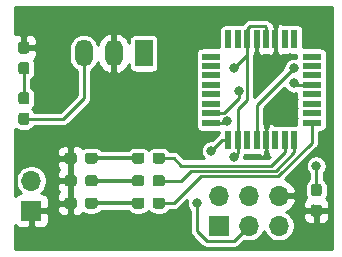
<source format=gbr>
%TF.GenerationSoftware,KiCad,Pcbnew,5.1.6-c6e7f7d~87~ubuntu18.04.1*%
%TF.CreationDate,2020-10-05T23:43:03-04:00*%
%TF.ProjectId,DemoKiCad,44656d6f-4b69-4436-9164-2e6b69636164,rev?*%
%TF.SameCoordinates,Original*%
%TF.FileFunction,Copper,L1,Top*%
%TF.FilePolarity,Positive*%
%FSLAX46Y46*%
G04 Gerber Fmt 4.6, Leading zero omitted, Abs format (unit mm)*
G04 Created by KiCad (PCBNEW 5.1.6-c6e7f7d~87~ubuntu18.04.1) date 2020-10-05 23:43:03*
%MOMM*%
%LPD*%
G01*
G04 APERTURE LIST*
%TA.AperFunction,ComponentPad*%
%ADD10O,1.700000X1.700000*%
%TD*%
%TA.AperFunction,ComponentPad*%
%ADD11R,1.700000X1.700000*%
%TD*%
%TA.AperFunction,SMDPad,CuDef*%
%ADD12R,1.600000X0.550000*%
%TD*%
%TA.AperFunction,SMDPad,CuDef*%
%ADD13R,0.550000X1.600000*%
%TD*%
%TA.AperFunction,ComponentPad*%
%ADD14O,1.500000X2.300000*%
%TD*%
%TA.AperFunction,ComponentPad*%
%ADD15R,1.500000X2.300000*%
%TD*%
%TA.AperFunction,ViaPad*%
%ADD16C,0.800000*%
%TD*%
%TA.AperFunction,Conductor*%
%ADD17C,0.254000*%
%TD*%
%TA.AperFunction,Conductor*%
%ADD18C,0.360000*%
%TD*%
G04 APERTURE END LIST*
D10*
%TO.P,J2,2*%
%TO.N,+12V*%
X103505000Y-69850000D03*
D11*
%TO.P,J2,1*%
%TO.N,GND*%
X103505000Y-72390000D03*
%TD*%
D12*
%TO.P,U2,32*%
%TO.N,N/C*%
X127230000Y-59335000D03*
%TO.P,U2,31*%
X127230000Y-60135000D03*
%TO.P,U2,30*%
X127230000Y-60935000D03*
%TO.P,U2,29*%
%TO.N,/RESET*%
X127230000Y-61735000D03*
%TO.P,U2,28*%
%TO.N,N/C*%
X127230000Y-62535000D03*
%TO.P,U2,27*%
X127230000Y-63335000D03*
%TO.P,U2,26*%
X127230000Y-64135000D03*
%TO.P,U2,25*%
%TO.N,/Sheet5F7DCB65/LED3*%
X127230000Y-64935000D03*
D13*
%TO.P,U2,24*%
%TO.N,/Sheet5F7DCB65/LED2*%
X125780000Y-66385000D03*
%TO.P,U2,23*%
%TO.N,/Sheet5F7DCB65/LED1*%
X124980000Y-66385000D03*
%TO.P,U2,22*%
%TO.N,N/C*%
X124180000Y-66385000D03*
%TO.P,U2,21*%
%TO.N,GND*%
X123380000Y-66385000D03*
%TO.P,U2,20*%
%TO.N,Net-(C3-Pad1)*%
X122580000Y-66385000D03*
%TO.P,U2,19*%
%TO.N,N/C*%
X121780000Y-66385000D03*
%TO.P,U2,18*%
%TO.N,V_ON*%
X120980000Y-66385000D03*
%TO.P,U2,17*%
%TO.N,/SCK*%
X120180000Y-66385000D03*
D12*
%TO.P,U2,16*%
%TO.N,/MISO*%
X118730000Y-64935000D03*
%TO.P,U2,15*%
%TO.N,/MOSI*%
X118730000Y-64135000D03*
%TO.P,U2,14*%
%TO.N,N/C*%
X118730000Y-63335000D03*
%TO.P,U2,13*%
X118730000Y-62535000D03*
%TO.P,U2,12*%
X118730000Y-61735000D03*
%TO.P,U2,11*%
X118730000Y-60935000D03*
%TO.P,U2,10*%
X118730000Y-60135000D03*
%TO.P,U2,9*%
X118730000Y-59335000D03*
D13*
%TO.P,U2,8*%
X120180000Y-57885000D03*
%TO.P,U2,7*%
X120980000Y-57885000D03*
%TO.P,U2,6*%
%TO.N,V_ON*%
X121780000Y-57885000D03*
%TO.P,U2,5*%
%TO.N,GND*%
X122580000Y-57885000D03*
%TO.P,U2,4*%
%TO.N,V_ON*%
X123380000Y-57885000D03*
%TO.P,U2,3*%
%TO.N,GND*%
X124180000Y-57885000D03*
%TO.P,U2,2*%
%TO.N,N/C*%
X124980000Y-57885000D03*
%TO.P,U2,1*%
X125780000Y-57885000D03*
%TD*%
D14*
%TO.P,U1,3*%
%TO.N,V_ON*%
X107950000Y-59055000D03*
%TO.P,U1,2*%
%TO.N,GND*%
X110490000Y-59055000D03*
D15*
%TO.P,U1,1*%
%TO.N,+12V*%
X113030000Y-59055000D03*
%TD*%
%TO.P,R4,2*%
%TO.N,/Sheet5F7DCB65/LED3*%
%TA.AperFunction,SMDPad,CuDef*%
G36*
G01*
X113775000Y-71992500D02*
X113775000Y-71517500D01*
G75*
G02*
X114012500Y-71280000I237500J0D01*
G01*
X114587500Y-71280000D01*
G75*
G02*
X114825000Y-71517500I0J-237500D01*
G01*
X114825000Y-71992500D01*
G75*
G02*
X114587500Y-72230000I-237500J0D01*
G01*
X114012500Y-72230000D01*
G75*
G02*
X113775000Y-71992500I0J237500D01*
G01*
G37*
%TD.AperFunction*%
%TO.P,R4,1*%
%TO.N,Net-(D4-Pad2)*%
%TA.AperFunction,SMDPad,CuDef*%
G36*
G01*
X112025000Y-71992500D02*
X112025000Y-71517500D01*
G75*
G02*
X112262500Y-71280000I237500J0D01*
G01*
X112837500Y-71280000D01*
G75*
G02*
X113075000Y-71517500I0J-237500D01*
G01*
X113075000Y-71992500D01*
G75*
G02*
X112837500Y-72230000I-237500J0D01*
G01*
X112262500Y-72230000D01*
G75*
G02*
X112025000Y-71992500I0J237500D01*
G01*
G37*
%TD.AperFunction*%
%TD*%
%TO.P,R3,2*%
%TO.N,/Sheet5F7DCB65/LED2*%
%TA.AperFunction,SMDPad,CuDef*%
G36*
G01*
X113775000Y-70087500D02*
X113775000Y-69612500D01*
G75*
G02*
X114012500Y-69375000I237500J0D01*
G01*
X114587500Y-69375000D01*
G75*
G02*
X114825000Y-69612500I0J-237500D01*
G01*
X114825000Y-70087500D01*
G75*
G02*
X114587500Y-70325000I-237500J0D01*
G01*
X114012500Y-70325000D01*
G75*
G02*
X113775000Y-70087500I0J237500D01*
G01*
G37*
%TD.AperFunction*%
%TO.P,R3,1*%
%TO.N,Net-(D3-Pad2)*%
%TA.AperFunction,SMDPad,CuDef*%
G36*
G01*
X112025000Y-70087500D02*
X112025000Y-69612500D01*
G75*
G02*
X112262500Y-69375000I237500J0D01*
G01*
X112837500Y-69375000D01*
G75*
G02*
X113075000Y-69612500I0J-237500D01*
G01*
X113075000Y-70087500D01*
G75*
G02*
X112837500Y-70325000I-237500J0D01*
G01*
X112262500Y-70325000D01*
G75*
G02*
X112025000Y-70087500I0J237500D01*
G01*
G37*
%TD.AperFunction*%
%TD*%
%TO.P,R2,2*%
%TO.N,/Sheet5F7DCB65/LED1*%
%TA.AperFunction,SMDPad,CuDef*%
G36*
G01*
X113775000Y-68182500D02*
X113775000Y-67707500D01*
G75*
G02*
X114012500Y-67470000I237500J0D01*
G01*
X114587500Y-67470000D01*
G75*
G02*
X114825000Y-67707500I0J-237500D01*
G01*
X114825000Y-68182500D01*
G75*
G02*
X114587500Y-68420000I-237500J0D01*
G01*
X114012500Y-68420000D01*
G75*
G02*
X113775000Y-68182500I0J237500D01*
G01*
G37*
%TD.AperFunction*%
%TO.P,R2,1*%
%TO.N,Net-(D2-Pad2)*%
%TA.AperFunction,SMDPad,CuDef*%
G36*
G01*
X112025000Y-68182500D02*
X112025000Y-67707500D01*
G75*
G02*
X112262500Y-67470000I237500J0D01*
G01*
X112837500Y-67470000D01*
G75*
G02*
X113075000Y-67707500I0J-237500D01*
G01*
X113075000Y-68182500D01*
G75*
G02*
X112837500Y-68420000I-237500J0D01*
G01*
X112262500Y-68420000D01*
G75*
G02*
X112025000Y-68182500I0J237500D01*
G01*
G37*
%TD.AperFunction*%
%TD*%
%TO.P,R1,2*%
%TO.N,V_ON*%
%TA.AperFunction,SMDPad,CuDef*%
G36*
G01*
X102632500Y-64090000D02*
X103107500Y-64090000D01*
G75*
G02*
X103345000Y-64327500I0J-237500D01*
G01*
X103345000Y-64902500D01*
G75*
G02*
X103107500Y-65140000I-237500J0D01*
G01*
X102632500Y-65140000D01*
G75*
G02*
X102395000Y-64902500I0J237500D01*
G01*
X102395000Y-64327500D01*
G75*
G02*
X102632500Y-64090000I237500J0D01*
G01*
G37*
%TD.AperFunction*%
%TO.P,R1,1*%
%TO.N,Net-(D1-Pad2)*%
%TA.AperFunction,SMDPad,CuDef*%
G36*
G01*
X102632500Y-62340000D02*
X103107500Y-62340000D01*
G75*
G02*
X103345000Y-62577500I0J-237500D01*
G01*
X103345000Y-63152500D01*
G75*
G02*
X103107500Y-63390000I-237500J0D01*
G01*
X102632500Y-63390000D01*
G75*
G02*
X102395000Y-63152500I0J237500D01*
G01*
X102395000Y-62577500D01*
G75*
G02*
X102632500Y-62340000I237500J0D01*
G01*
G37*
%TD.AperFunction*%
%TD*%
D10*
%TO.P,J1,6*%
%TO.N,GND*%
X124460000Y-71120000D03*
%TO.P,J1,5*%
%TO.N,/RESET*%
X124460000Y-73660000D03*
%TO.P,J1,4*%
%TO.N,/MOSI*%
X121920000Y-71120000D03*
%TO.P,J1,3*%
%TO.N,/SCK*%
X121920000Y-73660000D03*
%TO.P,J1,2*%
%TO.N,V_ON*%
X119380000Y-71120000D03*
D11*
%TO.P,J1,1*%
%TO.N,/MISO*%
X119380000Y-73660000D03*
%TD*%
%TO.P,D4,2*%
%TO.N,Net-(D4-Pad2)*%
%TA.AperFunction,SMDPad,CuDef*%
G36*
G01*
X108060000Y-71992500D02*
X108060000Y-71517500D01*
G75*
G02*
X108297500Y-71280000I237500J0D01*
G01*
X108872500Y-71280000D01*
G75*
G02*
X109110000Y-71517500I0J-237500D01*
G01*
X109110000Y-71992500D01*
G75*
G02*
X108872500Y-72230000I-237500J0D01*
G01*
X108297500Y-72230000D01*
G75*
G02*
X108060000Y-71992500I0J237500D01*
G01*
G37*
%TD.AperFunction*%
%TO.P,D4,1*%
%TO.N,GND*%
%TA.AperFunction,SMDPad,CuDef*%
G36*
G01*
X106310000Y-71992500D02*
X106310000Y-71517500D01*
G75*
G02*
X106547500Y-71280000I237500J0D01*
G01*
X107122500Y-71280000D01*
G75*
G02*
X107360000Y-71517500I0J-237500D01*
G01*
X107360000Y-71992500D01*
G75*
G02*
X107122500Y-72230000I-237500J0D01*
G01*
X106547500Y-72230000D01*
G75*
G02*
X106310000Y-71992500I0J237500D01*
G01*
G37*
%TD.AperFunction*%
%TD*%
%TO.P,D3,2*%
%TO.N,Net-(D3-Pad2)*%
%TA.AperFunction,SMDPad,CuDef*%
G36*
G01*
X108060000Y-70087500D02*
X108060000Y-69612500D01*
G75*
G02*
X108297500Y-69375000I237500J0D01*
G01*
X108872500Y-69375000D01*
G75*
G02*
X109110000Y-69612500I0J-237500D01*
G01*
X109110000Y-70087500D01*
G75*
G02*
X108872500Y-70325000I-237500J0D01*
G01*
X108297500Y-70325000D01*
G75*
G02*
X108060000Y-70087500I0J237500D01*
G01*
G37*
%TD.AperFunction*%
%TO.P,D3,1*%
%TO.N,GND*%
%TA.AperFunction,SMDPad,CuDef*%
G36*
G01*
X106310000Y-70087500D02*
X106310000Y-69612500D01*
G75*
G02*
X106547500Y-69375000I237500J0D01*
G01*
X107122500Y-69375000D01*
G75*
G02*
X107360000Y-69612500I0J-237500D01*
G01*
X107360000Y-70087500D01*
G75*
G02*
X107122500Y-70325000I-237500J0D01*
G01*
X106547500Y-70325000D01*
G75*
G02*
X106310000Y-70087500I0J237500D01*
G01*
G37*
%TD.AperFunction*%
%TD*%
%TO.P,D2,2*%
%TO.N,Net-(D2-Pad2)*%
%TA.AperFunction,SMDPad,CuDef*%
G36*
G01*
X108060000Y-68182500D02*
X108060000Y-67707500D01*
G75*
G02*
X108297500Y-67470000I237500J0D01*
G01*
X108872500Y-67470000D01*
G75*
G02*
X109110000Y-67707500I0J-237500D01*
G01*
X109110000Y-68182500D01*
G75*
G02*
X108872500Y-68420000I-237500J0D01*
G01*
X108297500Y-68420000D01*
G75*
G02*
X108060000Y-68182500I0J237500D01*
G01*
G37*
%TD.AperFunction*%
%TO.P,D2,1*%
%TO.N,GND*%
%TA.AperFunction,SMDPad,CuDef*%
G36*
G01*
X106310000Y-68182500D02*
X106310000Y-67707500D01*
G75*
G02*
X106547500Y-67470000I237500J0D01*
G01*
X107122500Y-67470000D01*
G75*
G02*
X107360000Y-67707500I0J-237500D01*
G01*
X107360000Y-68182500D01*
G75*
G02*
X107122500Y-68420000I-237500J0D01*
G01*
X106547500Y-68420000D01*
G75*
G02*
X106310000Y-68182500I0J237500D01*
G01*
G37*
%TD.AperFunction*%
%TD*%
%TO.P,D1,2*%
%TO.N,Net-(D1-Pad2)*%
%TA.AperFunction,SMDPad,CuDef*%
G36*
G01*
X102632500Y-59800000D02*
X103107500Y-59800000D01*
G75*
G02*
X103345000Y-60037500I0J-237500D01*
G01*
X103345000Y-60612500D01*
G75*
G02*
X103107500Y-60850000I-237500J0D01*
G01*
X102632500Y-60850000D01*
G75*
G02*
X102395000Y-60612500I0J237500D01*
G01*
X102395000Y-60037500D01*
G75*
G02*
X102632500Y-59800000I237500J0D01*
G01*
G37*
%TD.AperFunction*%
%TO.P,D1,1*%
%TO.N,GND*%
%TA.AperFunction,SMDPad,CuDef*%
G36*
G01*
X102632500Y-58050000D02*
X103107500Y-58050000D01*
G75*
G02*
X103345000Y-58287500I0J-237500D01*
G01*
X103345000Y-58862500D01*
G75*
G02*
X103107500Y-59100000I-237500J0D01*
G01*
X102632500Y-59100000D01*
G75*
G02*
X102395000Y-58862500I0J237500D01*
G01*
X102395000Y-58287500D01*
G75*
G02*
X102632500Y-58050000I237500J0D01*
G01*
G37*
%TD.AperFunction*%
%TD*%
%TO.P,C3,2*%
%TO.N,GND*%
%TA.AperFunction,SMDPad,CuDef*%
G36*
G01*
X127397500Y-71865000D02*
X127872500Y-71865000D01*
G75*
G02*
X128110000Y-72102500I0J-237500D01*
G01*
X128110000Y-72677500D01*
G75*
G02*
X127872500Y-72915000I-237500J0D01*
G01*
X127397500Y-72915000D01*
G75*
G02*
X127160000Y-72677500I0J237500D01*
G01*
X127160000Y-72102500D01*
G75*
G02*
X127397500Y-71865000I237500J0D01*
G01*
G37*
%TD.AperFunction*%
%TO.P,C3,1*%
%TO.N,Net-(C3-Pad1)*%
%TA.AperFunction,SMDPad,CuDef*%
G36*
G01*
X127397500Y-70115000D02*
X127872500Y-70115000D01*
G75*
G02*
X128110000Y-70352500I0J-237500D01*
G01*
X128110000Y-70927500D01*
G75*
G02*
X127872500Y-71165000I-237500J0D01*
G01*
X127397500Y-71165000D01*
G75*
G02*
X127160000Y-70927500I0J237500D01*
G01*
X127160000Y-70352500D01*
G75*
G02*
X127397500Y-70115000I237500J0D01*
G01*
G37*
%TD.AperFunction*%
%TD*%
D16*
%TO.N,GND*%
X118110000Y-55880000D03*
X125730000Y-55880000D03*
X124460000Y-63500000D03*
X114300000Y-73660000D03*
X107950000Y-73660000D03*
%TO.N,V_ON*%
X120650000Y-60325000D03*
X120650000Y-67853000D03*
%TO.N,Net-(C3-Pad1)*%
X125730000Y-60325000D03*
X127635000Y-68580000D03*
%TO.N,/RESET*%
X125730000Y-61595000D03*
%TO.N,/MOSI*%
X121053000Y-62230000D03*
%TO.N,/SCK*%
X118745000Y-67310000D03*
X117567000Y-71755000D03*
%TO.N,/MISO*%
X120032534Y-64818199D03*
%TD*%
D17*
%TO.N,V_ON*%
X120650000Y-60325000D02*
X121780000Y-59195000D01*
X121780000Y-57021398D02*
X121780000Y-57885000D01*
X122043399Y-56757999D02*
X121780000Y-57021398D01*
X123306999Y-56757999D02*
X122043399Y-56757999D01*
X123380000Y-57885000D02*
X123380000Y-56831000D01*
X123380000Y-56831000D02*
X123306999Y-56757999D01*
X121780000Y-58915000D02*
X121780000Y-63005000D01*
X121780000Y-58915000D02*
X121780000Y-57885000D01*
X121780000Y-59195000D02*
X121780000Y-58915000D01*
X120980000Y-63805000D02*
X120980000Y-66385000D01*
X121780000Y-63005000D02*
X120980000Y-63805000D01*
X120980000Y-66385000D02*
X120980000Y-67523000D01*
X120980000Y-67523000D02*
X120650000Y-67853000D01*
X102870000Y-64615000D02*
X106200000Y-64615000D01*
X107950000Y-62865000D02*
X107950000Y-59055000D01*
X106200000Y-64615000D02*
X107950000Y-62865000D01*
%TO.N,Net-(C3-Pad1)*%
X122580000Y-66385000D02*
X122580000Y-63475000D01*
X122580000Y-63475000D02*
X125730000Y-60325000D01*
X127635000Y-68580000D02*
X127635000Y-70640000D01*
%TO.N,Net-(D1-Pad2)*%
X102870000Y-60325000D02*
X102870000Y-62865000D01*
D18*
%TO.N,Net-(D2-Pad2)*%
X112550000Y-67945000D02*
X108585000Y-67945000D01*
%TO.N,Net-(D3-Pad2)*%
X112550000Y-69850000D02*
X108585000Y-69850000D01*
%TO.N,Net-(D4-Pad2)*%
X112550000Y-71755000D02*
X108585000Y-71755000D01*
D17*
%TO.N,/RESET*%
X127230000Y-61735000D02*
X125870000Y-61735000D01*
X125870000Y-61735000D02*
X125730000Y-61595000D01*
%TO.N,/MOSI*%
X121053000Y-62866000D02*
X121053000Y-62230000D01*
X118730000Y-64135000D02*
X119784000Y-64135000D01*
X119784000Y-64135000D02*
X121053000Y-62866000D01*
%TO.N,/SCK*%
X120180000Y-66385000D02*
X119670000Y-66385000D01*
X119670000Y-66385000D02*
X118745000Y-67310000D01*
X117567000Y-74135602D02*
X118361398Y-74930000D01*
X117567000Y-71755000D02*
X117567000Y-74135602D01*
X120650000Y-74930000D02*
X121920000Y-73660000D01*
X118361398Y-74930000D02*
X120650000Y-74930000D01*
%TO.N,/MISO*%
X118730000Y-64935000D02*
X119915733Y-64935000D01*
X119915733Y-64935000D02*
X120032534Y-64818199D01*
%TO.N,/Sheet5F7DCB65/LED1*%
X124980000Y-67439000D02*
X123839000Y-68580000D01*
X124980000Y-66385000D02*
X124980000Y-67439000D01*
X123839000Y-68580000D02*
X116205000Y-68580000D01*
X115570000Y-67945000D02*
X114300000Y-67945000D01*
X116205000Y-68580000D02*
X115570000Y-67945000D01*
%TO.N,/Sheet5F7DCB65/LED2*%
X125780000Y-67439000D02*
X124184990Y-69034010D01*
X125780000Y-66385000D02*
X125780000Y-67439000D01*
X124184990Y-69034010D02*
X117020990Y-69034010D01*
X116205000Y-69850000D02*
X114300000Y-69850000D01*
X117020990Y-69034010D02*
X116205000Y-69850000D01*
%TO.N,/Sheet5F7DCB65/LED3*%
X127230000Y-66631067D02*
X124373047Y-69488020D01*
X127230000Y-64935000D02*
X127230000Y-66631067D01*
X124373047Y-69488020D02*
X117836980Y-69488020D01*
X115570000Y-71755000D02*
X114300000Y-71755000D01*
X117836980Y-69488020D02*
X115570000Y-71755000D01*
%TD*%
%TO.N,GND*%
G36*
X129003001Y-75663000D02*
G01*
X102137000Y-75663000D01*
X102137000Y-73609770D01*
X102203815Y-73691185D01*
X102300506Y-73770537D01*
X102410820Y-73829502D01*
X102530518Y-73865812D01*
X102655000Y-73878072D01*
X103219250Y-73875000D01*
X103378000Y-73716250D01*
X103378000Y-72517000D01*
X103632000Y-72517000D01*
X103632000Y-73716250D01*
X103790750Y-73875000D01*
X104355000Y-73878072D01*
X104479482Y-73865812D01*
X104599180Y-73829502D01*
X104709494Y-73770537D01*
X104806185Y-73691185D01*
X104885537Y-73594494D01*
X104944502Y-73484180D01*
X104980812Y-73364482D01*
X104993072Y-73240000D01*
X104990000Y-72675750D01*
X104831250Y-72517000D01*
X103632000Y-72517000D01*
X103378000Y-72517000D01*
X103358000Y-72517000D01*
X103358000Y-72263000D01*
X103378000Y-72263000D01*
X103378000Y-72243000D01*
X103632000Y-72243000D01*
X103632000Y-72263000D01*
X104831250Y-72263000D01*
X104864250Y-72230000D01*
X105671928Y-72230000D01*
X105684188Y-72354482D01*
X105720498Y-72474180D01*
X105779463Y-72584494D01*
X105858815Y-72681185D01*
X105955506Y-72760537D01*
X106065820Y-72819502D01*
X106185518Y-72855812D01*
X106310000Y-72868072D01*
X106549250Y-72865000D01*
X106708000Y-72706250D01*
X106708000Y-71882000D01*
X105833750Y-71882000D01*
X105675000Y-72040750D01*
X105671928Y-72230000D01*
X104864250Y-72230000D01*
X104990000Y-72104250D01*
X104993072Y-71540000D01*
X104980812Y-71415518D01*
X104944502Y-71295820D01*
X104885537Y-71185506D01*
X104806185Y-71088815D01*
X104709494Y-71009463D01*
X104599180Y-70950498D01*
X104479482Y-70914188D01*
X104355000Y-70901928D01*
X104337069Y-70902026D01*
X104357288Y-70888516D01*
X104543516Y-70702288D01*
X104689834Y-70483307D01*
X104755406Y-70325000D01*
X105671928Y-70325000D01*
X105684188Y-70449482D01*
X105720498Y-70569180D01*
X105779463Y-70679494D01*
X105858815Y-70776185D01*
X105890880Y-70802500D01*
X105858815Y-70828815D01*
X105779463Y-70925506D01*
X105720498Y-71035820D01*
X105684188Y-71155518D01*
X105671928Y-71280000D01*
X105675000Y-71469250D01*
X105833750Y-71628000D01*
X106708000Y-71628000D01*
X106708000Y-70803750D01*
X106706750Y-70802500D01*
X106708000Y-70801250D01*
X106708000Y-69977000D01*
X105833750Y-69977000D01*
X105675000Y-70135750D01*
X105671928Y-70325000D01*
X104755406Y-70325000D01*
X104790620Y-70239988D01*
X104842000Y-69981683D01*
X104842000Y-69718317D01*
X104790620Y-69460012D01*
X104689834Y-69216693D01*
X104543516Y-68997712D01*
X104357288Y-68811484D01*
X104138307Y-68665166D01*
X103894988Y-68564380D01*
X103636683Y-68513000D01*
X103373317Y-68513000D01*
X103115012Y-68564380D01*
X102871693Y-68665166D01*
X102652712Y-68811484D01*
X102466484Y-68997712D01*
X102320166Y-69216693D01*
X102219380Y-69460012D01*
X102168000Y-69718317D01*
X102168000Y-69981683D01*
X102219380Y-70239988D01*
X102320166Y-70483307D01*
X102466484Y-70702288D01*
X102652712Y-70888516D01*
X102672931Y-70902026D01*
X102655000Y-70901928D01*
X102530518Y-70914188D01*
X102410820Y-70950498D01*
X102300506Y-71009463D01*
X102203815Y-71088815D01*
X102137000Y-71170230D01*
X102137000Y-68420000D01*
X105671928Y-68420000D01*
X105684188Y-68544482D01*
X105720498Y-68664180D01*
X105779463Y-68774494D01*
X105858815Y-68871185D01*
X105890880Y-68897500D01*
X105858815Y-68923815D01*
X105779463Y-69020506D01*
X105720498Y-69130820D01*
X105684188Y-69250518D01*
X105671928Y-69375000D01*
X105675000Y-69564250D01*
X105833750Y-69723000D01*
X106708000Y-69723000D01*
X106708000Y-68898750D01*
X106706750Y-68897500D01*
X106708000Y-68896250D01*
X106708000Y-68072000D01*
X105833750Y-68072000D01*
X105675000Y-68230750D01*
X105671928Y-68420000D01*
X102137000Y-68420000D01*
X102137000Y-67470000D01*
X105671928Y-67470000D01*
X105675000Y-67659250D01*
X105833750Y-67818000D01*
X106708000Y-67818000D01*
X106708000Y-66993750D01*
X106962000Y-66993750D01*
X106962000Y-67818000D01*
X106982000Y-67818000D01*
X106982000Y-68072000D01*
X106962000Y-68072000D01*
X106962000Y-68896250D01*
X106963250Y-68897500D01*
X106962000Y-68898750D01*
X106962000Y-69723000D01*
X106982000Y-69723000D01*
X106982000Y-69977000D01*
X106962000Y-69977000D01*
X106962000Y-70801250D01*
X106963250Y-70802500D01*
X106962000Y-70803750D01*
X106962000Y-71628000D01*
X106982000Y-71628000D01*
X106982000Y-71882000D01*
X106962000Y-71882000D01*
X106962000Y-72706250D01*
X107120750Y-72865000D01*
X107360000Y-72868072D01*
X107484482Y-72855812D01*
X107604180Y-72819502D01*
X107714494Y-72760537D01*
X107811185Y-72681185D01*
X107885738Y-72590341D01*
X107893680Y-72596859D01*
X108019344Y-72664027D01*
X108155697Y-72705390D01*
X108297500Y-72719356D01*
X108872500Y-72719356D01*
X109014303Y-72705390D01*
X109150656Y-72664027D01*
X109276320Y-72596859D01*
X109386465Y-72506465D01*
X109455784Y-72422000D01*
X111679216Y-72422000D01*
X111748535Y-72506465D01*
X111858680Y-72596859D01*
X111984344Y-72664027D01*
X112120697Y-72705390D01*
X112262500Y-72719356D01*
X112837500Y-72719356D01*
X112979303Y-72705390D01*
X113115656Y-72664027D01*
X113241320Y-72596859D01*
X113351465Y-72506465D01*
X113425000Y-72416863D01*
X113498535Y-72506465D01*
X113608680Y-72596859D01*
X113734344Y-72664027D01*
X113870697Y-72705390D01*
X114012500Y-72719356D01*
X114587500Y-72719356D01*
X114729303Y-72705390D01*
X114865656Y-72664027D01*
X114991320Y-72596859D01*
X115101465Y-72506465D01*
X115191859Y-72396320D01*
X115206462Y-72369000D01*
X115539845Y-72369000D01*
X115570000Y-72371970D01*
X115690365Y-72360115D01*
X115806104Y-72325006D01*
X115912770Y-72267992D01*
X116006264Y-72191264D01*
X116025494Y-72167832D01*
X116726131Y-71467195D01*
X116714087Y-71496272D01*
X116680000Y-71667638D01*
X116680000Y-71842362D01*
X116714087Y-72013728D01*
X116780951Y-72175152D01*
X116878022Y-72320430D01*
X116953000Y-72395408D01*
X116953001Y-74105437D01*
X116950030Y-74135602D01*
X116961885Y-74255967D01*
X116982792Y-74324885D01*
X116996995Y-74371706D01*
X117054009Y-74478372D01*
X117130737Y-74571866D01*
X117154163Y-74591091D01*
X117905913Y-75342843D01*
X117925134Y-75366264D01*
X118018628Y-75442992D01*
X118125294Y-75500006D01*
X118241033Y-75535115D01*
X118331243Y-75544000D01*
X118331245Y-75544000D01*
X118361397Y-75546970D01*
X118391549Y-75544000D01*
X120619845Y-75544000D01*
X120650000Y-75546970D01*
X120770365Y-75535115D01*
X120770368Y-75535114D01*
X120886104Y-75500006D01*
X120992770Y-75442992D01*
X121086264Y-75366264D01*
X121105494Y-75342832D01*
X121510704Y-74937622D01*
X121530012Y-74945620D01*
X121788317Y-74997000D01*
X122051683Y-74997000D01*
X122309988Y-74945620D01*
X122553307Y-74844834D01*
X122772288Y-74698516D01*
X122958516Y-74512288D01*
X123104834Y-74293307D01*
X123190000Y-74087698D01*
X123275166Y-74293307D01*
X123421484Y-74512288D01*
X123607712Y-74698516D01*
X123826693Y-74844834D01*
X124070012Y-74945620D01*
X124328317Y-74997000D01*
X124591683Y-74997000D01*
X124849988Y-74945620D01*
X125093307Y-74844834D01*
X125312288Y-74698516D01*
X125498516Y-74512288D01*
X125644834Y-74293307D01*
X125745620Y-74049988D01*
X125797000Y-73791683D01*
X125797000Y-73528317D01*
X125745620Y-73270012D01*
X125644834Y-73026693D01*
X125570204Y-72915000D01*
X126521928Y-72915000D01*
X126534188Y-73039482D01*
X126570498Y-73159180D01*
X126629463Y-73269494D01*
X126708815Y-73366185D01*
X126805506Y-73445537D01*
X126915820Y-73504502D01*
X127035518Y-73540812D01*
X127160000Y-73553072D01*
X127349250Y-73550000D01*
X127508000Y-73391250D01*
X127508000Y-72517000D01*
X127762000Y-72517000D01*
X127762000Y-73391250D01*
X127920750Y-73550000D01*
X128110000Y-73553072D01*
X128234482Y-73540812D01*
X128354180Y-73504502D01*
X128464494Y-73445537D01*
X128561185Y-73366185D01*
X128640537Y-73269494D01*
X128699502Y-73159180D01*
X128735812Y-73039482D01*
X128748072Y-72915000D01*
X128745000Y-72675750D01*
X128586250Y-72517000D01*
X127762000Y-72517000D01*
X127508000Y-72517000D01*
X126683750Y-72517000D01*
X126525000Y-72675750D01*
X126521928Y-72915000D01*
X125570204Y-72915000D01*
X125498516Y-72807712D01*
X125312288Y-72621484D01*
X125093307Y-72475166D01*
X125070979Y-72465917D01*
X125226920Y-72391641D01*
X125460269Y-72217588D01*
X125655178Y-72001355D01*
X125736400Y-71865000D01*
X126521928Y-71865000D01*
X126525000Y-72104250D01*
X126683750Y-72263000D01*
X127508000Y-72263000D01*
X127508000Y-72243000D01*
X127762000Y-72243000D01*
X127762000Y-72263000D01*
X128586250Y-72263000D01*
X128745000Y-72104250D01*
X128748072Y-71865000D01*
X128735812Y-71740518D01*
X128699502Y-71620820D01*
X128640537Y-71510506D01*
X128561185Y-71413815D01*
X128470341Y-71339262D01*
X128476859Y-71331320D01*
X128544027Y-71205656D01*
X128585390Y-71069303D01*
X128599356Y-70927500D01*
X128599356Y-70352500D01*
X128585390Y-70210697D01*
X128544027Y-70074344D01*
X128476859Y-69948680D01*
X128386465Y-69838535D01*
X128276320Y-69748141D01*
X128249000Y-69733538D01*
X128249000Y-69220408D01*
X128323978Y-69145430D01*
X128421049Y-69000152D01*
X128487913Y-68838728D01*
X128522000Y-68667362D01*
X128522000Y-68492638D01*
X128487913Y-68321272D01*
X128421049Y-68159848D01*
X128323978Y-68014570D01*
X128200430Y-67891022D01*
X128055152Y-67793951D01*
X127893728Y-67727087D01*
X127722362Y-67693000D01*
X127547638Y-67693000D01*
X127376272Y-67727087D01*
X127214848Y-67793951D01*
X127069570Y-67891022D01*
X126946022Y-68014570D01*
X126848951Y-68159848D01*
X126782087Y-68321272D01*
X126748000Y-68492638D01*
X126748000Y-68667362D01*
X126782087Y-68838728D01*
X126848951Y-69000152D01*
X126946022Y-69145430D01*
X127021000Y-69220408D01*
X127021001Y-69733538D01*
X126993680Y-69748141D01*
X126883535Y-69838535D01*
X126793141Y-69948680D01*
X126725973Y-70074344D01*
X126684610Y-70210697D01*
X126670644Y-70352500D01*
X126670644Y-70927500D01*
X126684610Y-71069303D01*
X126725973Y-71205656D01*
X126793141Y-71331320D01*
X126799659Y-71339262D01*
X126708815Y-71413815D01*
X126629463Y-71510506D01*
X126570498Y-71620820D01*
X126534188Y-71740518D01*
X126521928Y-71865000D01*
X125736400Y-71865000D01*
X125804157Y-71751252D01*
X125901481Y-71476891D01*
X125780814Y-71247000D01*
X124587000Y-71247000D01*
X124587000Y-71267000D01*
X124333000Y-71267000D01*
X124333000Y-71247000D01*
X124313000Y-71247000D01*
X124313000Y-70993000D01*
X124333000Y-70993000D01*
X124333000Y-70973000D01*
X124587000Y-70973000D01*
X124587000Y-70993000D01*
X125780814Y-70993000D01*
X125901481Y-70763109D01*
X125804157Y-70488748D01*
X125655178Y-70238645D01*
X125460269Y-70022412D01*
X125226920Y-69848359D01*
X124992629Y-69736764D01*
X127642837Y-67086557D01*
X127666264Y-67067331D01*
X127742992Y-66973837D01*
X127768557Y-66926008D01*
X127800006Y-66867172D01*
X127835115Y-66751432D01*
X127846970Y-66631067D01*
X127844000Y-66600912D01*
X127844000Y-65699356D01*
X128030000Y-65699356D01*
X128125469Y-65689953D01*
X128217268Y-65662106D01*
X128301872Y-65616885D01*
X128376027Y-65556027D01*
X128436885Y-65481872D01*
X128482106Y-65397268D01*
X128509953Y-65305469D01*
X128519356Y-65210000D01*
X128519356Y-64660000D01*
X128509953Y-64564531D01*
X128500995Y-64535000D01*
X128509953Y-64505469D01*
X128519356Y-64410000D01*
X128519356Y-63860000D01*
X128509953Y-63764531D01*
X128500995Y-63735000D01*
X128509953Y-63705469D01*
X128519356Y-63610000D01*
X128519356Y-63060000D01*
X128509953Y-62964531D01*
X128500995Y-62935000D01*
X128509953Y-62905469D01*
X128519356Y-62810000D01*
X128519356Y-62260000D01*
X128509953Y-62164531D01*
X128500995Y-62135000D01*
X128509953Y-62105469D01*
X128519356Y-62010000D01*
X128519356Y-61460000D01*
X128509953Y-61364531D01*
X128500995Y-61335000D01*
X128509953Y-61305469D01*
X128519356Y-61210000D01*
X128519356Y-60660000D01*
X128509953Y-60564531D01*
X128500995Y-60535000D01*
X128509953Y-60505469D01*
X128519356Y-60410000D01*
X128519356Y-59860000D01*
X128509953Y-59764531D01*
X128500995Y-59735000D01*
X128509953Y-59705469D01*
X128519356Y-59610000D01*
X128519356Y-59060000D01*
X128509953Y-58964531D01*
X128482106Y-58872732D01*
X128436885Y-58788128D01*
X128376027Y-58713973D01*
X128301872Y-58653115D01*
X128217268Y-58607894D01*
X128125469Y-58580047D01*
X128030000Y-58570644D01*
X126544356Y-58570644D01*
X126544356Y-57085000D01*
X126534953Y-56989531D01*
X126507106Y-56897732D01*
X126461885Y-56813128D01*
X126401027Y-56738973D01*
X126326872Y-56678115D01*
X126242268Y-56632894D01*
X126150469Y-56605047D01*
X126055000Y-56595644D01*
X125505000Y-56595644D01*
X125409531Y-56605047D01*
X125380000Y-56614005D01*
X125350469Y-56605047D01*
X125255000Y-56595644D01*
X124859667Y-56595644D01*
X124812041Y-56556174D01*
X124702012Y-56496680D01*
X124582490Y-56459794D01*
X124465750Y-56450000D01*
X124307000Y-56608750D01*
X124307000Y-56802302D01*
X124298115Y-56813128D01*
X124252894Y-56897732D01*
X124225047Y-56989531D01*
X124215644Y-57085000D01*
X124215644Y-58685000D01*
X124225047Y-58780469D01*
X124252894Y-58872268D01*
X124298115Y-58956872D01*
X124307000Y-58967698D01*
X124307000Y-59161250D01*
X124465750Y-59320000D01*
X124582490Y-59310206D01*
X124702012Y-59273320D01*
X124812041Y-59213826D01*
X124859667Y-59174356D01*
X125255000Y-59174356D01*
X125350469Y-59164953D01*
X125380000Y-59155995D01*
X125409531Y-59164953D01*
X125505000Y-59174356D01*
X125940644Y-59174356D01*
X125940644Y-59462522D01*
X125817362Y-59438000D01*
X125642638Y-59438000D01*
X125471272Y-59472087D01*
X125309848Y-59538951D01*
X125164570Y-59636022D01*
X125041022Y-59759570D01*
X124943951Y-59904848D01*
X124877087Y-60066272D01*
X124843000Y-60237638D01*
X124843000Y-60343673D01*
X122394000Y-62792674D01*
X122394000Y-59225153D01*
X122394536Y-59219714D01*
X122453000Y-59161250D01*
X122453000Y-58967698D01*
X122461885Y-58956872D01*
X122507106Y-58872268D01*
X122534953Y-58780469D01*
X122544356Y-58685000D01*
X122544356Y-57738000D01*
X122615644Y-57738000D01*
X122615644Y-58685000D01*
X122625047Y-58780469D01*
X122652894Y-58872268D01*
X122698115Y-58956872D01*
X122707000Y-58967698D01*
X122707000Y-59161250D01*
X122865750Y-59320000D01*
X122982490Y-59310206D01*
X123102012Y-59273320D01*
X123212041Y-59213826D01*
X123259667Y-59174356D01*
X123500333Y-59174356D01*
X123547959Y-59213826D01*
X123657988Y-59273320D01*
X123777510Y-59310206D01*
X123894250Y-59320000D01*
X124053000Y-59161250D01*
X124053000Y-58967698D01*
X124061885Y-58956872D01*
X124107106Y-58872268D01*
X124134953Y-58780469D01*
X124144356Y-58685000D01*
X124144356Y-57085000D01*
X124134953Y-56989531D01*
X124107106Y-56897732D01*
X124061885Y-56813128D01*
X124053000Y-56802302D01*
X124053000Y-56608750D01*
X123894250Y-56450000D01*
X123863720Y-56452561D01*
X123816264Y-56394736D01*
X123792832Y-56375506D01*
X123762493Y-56345167D01*
X123743263Y-56321735D01*
X123649769Y-56245007D01*
X123543103Y-56187993D01*
X123427364Y-56152884D01*
X123337154Y-56143999D01*
X123306999Y-56141029D01*
X123276844Y-56143999D01*
X122073550Y-56143999D01*
X122043398Y-56141029D01*
X122013246Y-56143999D01*
X122013244Y-56143999D01*
X121923034Y-56152884D01*
X121807295Y-56187993D01*
X121700629Y-56245007D01*
X121607135Y-56321735D01*
X121587909Y-56345162D01*
X121367167Y-56565905D01*
X121343736Y-56585134D01*
X121329120Y-56602944D01*
X121255000Y-56595644D01*
X120705000Y-56595644D01*
X120609531Y-56605047D01*
X120580000Y-56614005D01*
X120550469Y-56605047D01*
X120455000Y-56595644D01*
X119905000Y-56595644D01*
X119809531Y-56605047D01*
X119717732Y-56632894D01*
X119633128Y-56678115D01*
X119558973Y-56738973D01*
X119498115Y-56813128D01*
X119452894Y-56897732D01*
X119425047Y-56989531D01*
X119415644Y-57085000D01*
X119415644Y-58570644D01*
X117930000Y-58570644D01*
X117834531Y-58580047D01*
X117742732Y-58607894D01*
X117658128Y-58653115D01*
X117583973Y-58713973D01*
X117523115Y-58788128D01*
X117477894Y-58872732D01*
X117450047Y-58964531D01*
X117440644Y-59060000D01*
X117440644Y-59610000D01*
X117450047Y-59705469D01*
X117459005Y-59735000D01*
X117450047Y-59764531D01*
X117440644Y-59860000D01*
X117440644Y-60410000D01*
X117450047Y-60505469D01*
X117459005Y-60535000D01*
X117450047Y-60564531D01*
X117440644Y-60660000D01*
X117440644Y-61210000D01*
X117450047Y-61305469D01*
X117459005Y-61335000D01*
X117450047Y-61364531D01*
X117440644Y-61460000D01*
X117440644Y-62010000D01*
X117450047Y-62105469D01*
X117459005Y-62135000D01*
X117450047Y-62164531D01*
X117440644Y-62260000D01*
X117440644Y-62810000D01*
X117450047Y-62905469D01*
X117459005Y-62935000D01*
X117450047Y-62964531D01*
X117440644Y-63060000D01*
X117440644Y-63610000D01*
X117450047Y-63705469D01*
X117459005Y-63735000D01*
X117450047Y-63764531D01*
X117440644Y-63860000D01*
X117440644Y-64410000D01*
X117450047Y-64505469D01*
X117459005Y-64535000D01*
X117450047Y-64564531D01*
X117440644Y-64660000D01*
X117440644Y-65210000D01*
X117450047Y-65305469D01*
X117477894Y-65397268D01*
X117523115Y-65481872D01*
X117583973Y-65556027D01*
X117658128Y-65616885D01*
X117742732Y-65662106D01*
X117834531Y-65689953D01*
X117930000Y-65699356D01*
X119415644Y-65699356D01*
X119415644Y-65824749D01*
X119327230Y-65872008D01*
X119233736Y-65948736D01*
X119214510Y-65972163D01*
X118763674Y-66423000D01*
X118657638Y-66423000D01*
X118486272Y-66457087D01*
X118324848Y-66523951D01*
X118179570Y-66621022D01*
X118056022Y-66744570D01*
X117958951Y-66889848D01*
X117892087Y-67051272D01*
X117858000Y-67222638D01*
X117858000Y-67397362D01*
X117892087Y-67568728D01*
X117958951Y-67730152D01*
X118056022Y-67875430D01*
X118146592Y-67966000D01*
X116459327Y-67966000D01*
X116025494Y-67532168D01*
X116006264Y-67508736D01*
X115912770Y-67432008D01*
X115806104Y-67374994D01*
X115690365Y-67339885D01*
X115600155Y-67331000D01*
X115570000Y-67328030D01*
X115539845Y-67331000D01*
X115206462Y-67331000D01*
X115191859Y-67303680D01*
X115101465Y-67193535D01*
X114991320Y-67103141D01*
X114865656Y-67035973D01*
X114729303Y-66994610D01*
X114587500Y-66980644D01*
X114012500Y-66980644D01*
X113870697Y-66994610D01*
X113734344Y-67035973D01*
X113608680Y-67103141D01*
X113498535Y-67193535D01*
X113425000Y-67283137D01*
X113351465Y-67193535D01*
X113241320Y-67103141D01*
X113115656Y-67035973D01*
X112979303Y-66994610D01*
X112837500Y-66980644D01*
X112262500Y-66980644D01*
X112120697Y-66994610D01*
X111984344Y-67035973D01*
X111858680Y-67103141D01*
X111748535Y-67193535D01*
X111679216Y-67278000D01*
X109455784Y-67278000D01*
X109386465Y-67193535D01*
X109276320Y-67103141D01*
X109150656Y-67035973D01*
X109014303Y-66994610D01*
X108872500Y-66980644D01*
X108297500Y-66980644D01*
X108155697Y-66994610D01*
X108019344Y-67035973D01*
X107893680Y-67103141D01*
X107885738Y-67109659D01*
X107811185Y-67018815D01*
X107714494Y-66939463D01*
X107604180Y-66880498D01*
X107484482Y-66844188D01*
X107360000Y-66831928D01*
X107120750Y-66835000D01*
X106962000Y-66993750D01*
X106708000Y-66993750D01*
X106549250Y-66835000D01*
X106310000Y-66831928D01*
X106185518Y-66844188D01*
X106065820Y-66880498D01*
X105955506Y-66939463D01*
X105858815Y-67018815D01*
X105779463Y-67115506D01*
X105720498Y-67225820D01*
X105684188Y-67345518D01*
X105671928Y-67470000D01*
X102137000Y-67470000D01*
X102137000Y-65431619D01*
X102228680Y-65506859D01*
X102354344Y-65574027D01*
X102490697Y-65615390D01*
X102632500Y-65629356D01*
X103107500Y-65629356D01*
X103249303Y-65615390D01*
X103385656Y-65574027D01*
X103511320Y-65506859D01*
X103621465Y-65416465D01*
X103711859Y-65306320D01*
X103753187Y-65229000D01*
X106169845Y-65229000D01*
X106200000Y-65231970D01*
X106320365Y-65220115D01*
X106436104Y-65185006D01*
X106542770Y-65127992D01*
X106636264Y-65051264D01*
X106655494Y-65027832D01*
X108362839Y-63320488D01*
X108386264Y-63301264D01*
X108462992Y-63207770D01*
X108490649Y-63156027D01*
X108520006Y-63101105D01*
X108555115Y-62985365D01*
X108563031Y-62904994D01*
X108564000Y-62895155D01*
X108564000Y-62895154D01*
X108566970Y-62865000D01*
X108564000Y-62834845D01*
X108564000Y-60529428D01*
X108640564Y-60488504D01*
X108828923Y-60333923D01*
X108983504Y-60145565D01*
X109098368Y-59930670D01*
X109143416Y-59782166D01*
X109156389Y-59849760D01*
X109259028Y-60102349D01*
X109408972Y-60330061D01*
X109600460Y-60524145D01*
X109826132Y-60677142D01*
X110077316Y-60783173D01*
X110148815Y-60797318D01*
X110363000Y-60674656D01*
X110363000Y-59182000D01*
X110343000Y-59182000D01*
X110343000Y-58928000D01*
X110363000Y-58928000D01*
X110363000Y-57435344D01*
X110617000Y-57435344D01*
X110617000Y-58928000D01*
X110637000Y-58928000D01*
X110637000Y-59182000D01*
X110617000Y-59182000D01*
X110617000Y-60674656D01*
X110831185Y-60797318D01*
X110902684Y-60783173D01*
X111153868Y-60677142D01*
X111379540Y-60524145D01*
X111571028Y-60330061D01*
X111720972Y-60102349D01*
X111790644Y-59930890D01*
X111790644Y-60205000D01*
X111800047Y-60300469D01*
X111827894Y-60392268D01*
X111873115Y-60476872D01*
X111933973Y-60551027D01*
X112008128Y-60611885D01*
X112092732Y-60657106D01*
X112184531Y-60684953D01*
X112280000Y-60694356D01*
X113780000Y-60694356D01*
X113875469Y-60684953D01*
X113967268Y-60657106D01*
X114051872Y-60611885D01*
X114126027Y-60551027D01*
X114186885Y-60476872D01*
X114232106Y-60392268D01*
X114259953Y-60300469D01*
X114269356Y-60205000D01*
X114269356Y-57905000D01*
X114259953Y-57809531D01*
X114232106Y-57717732D01*
X114186885Y-57633128D01*
X114126027Y-57558973D01*
X114051872Y-57498115D01*
X113967268Y-57452894D01*
X113875469Y-57425047D01*
X113780000Y-57415644D01*
X112280000Y-57415644D01*
X112184531Y-57425047D01*
X112092732Y-57452894D01*
X112008128Y-57498115D01*
X111933973Y-57558973D01*
X111873115Y-57633128D01*
X111827894Y-57717732D01*
X111800047Y-57809531D01*
X111790644Y-57905000D01*
X111790644Y-58179110D01*
X111720972Y-58007651D01*
X111571028Y-57779939D01*
X111379540Y-57585855D01*
X111153868Y-57432858D01*
X110902684Y-57326827D01*
X110831185Y-57312682D01*
X110617000Y-57435344D01*
X110363000Y-57435344D01*
X110148815Y-57312682D01*
X110077316Y-57326827D01*
X109826132Y-57432858D01*
X109600460Y-57585855D01*
X109408972Y-57779939D01*
X109259028Y-58007651D01*
X109156389Y-58260240D01*
X109143416Y-58327835D01*
X109098368Y-58179330D01*
X108983504Y-57964435D01*
X108828923Y-57776077D01*
X108640565Y-57621496D01*
X108425670Y-57506632D01*
X108192494Y-57435899D01*
X107950000Y-57412015D01*
X107707507Y-57435899D01*
X107474331Y-57506632D01*
X107259436Y-57621496D01*
X107071078Y-57776077D01*
X106916497Y-57964435D01*
X106801632Y-58179330D01*
X106730899Y-58412506D01*
X106713000Y-58594234D01*
X106713000Y-59515765D01*
X106730899Y-59697493D01*
X106801632Y-59930669D01*
X106916496Y-60145564D01*
X107071077Y-60333923D01*
X107259435Y-60488504D01*
X107336001Y-60529429D01*
X107336000Y-62610673D01*
X105945674Y-64001000D01*
X103753187Y-64001000D01*
X103711859Y-63923680D01*
X103621465Y-63813535D01*
X103531863Y-63740000D01*
X103621465Y-63666465D01*
X103711859Y-63556320D01*
X103779027Y-63430656D01*
X103820390Y-63294303D01*
X103834356Y-63152500D01*
X103834356Y-62577500D01*
X103820390Y-62435697D01*
X103779027Y-62299344D01*
X103711859Y-62173680D01*
X103621465Y-62063535D01*
X103511320Y-61973141D01*
X103484000Y-61958538D01*
X103484000Y-61231462D01*
X103511320Y-61216859D01*
X103621465Y-61126465D01*
X103711859Y-61016320D01*
X103779027Y-60890656D01*
X103820390Y-60754303D01*
X103834356Y-60612500D01*
X103834356Y-60037500D01*
X103820390Y-59895697D01*
X103779027Y-59759344D01*
X103711859Y-59633680D01*
X103705341Y-59625738D01*
X103796185Y-59551185D01*
X103875537Y-59454494D01*
X103934502Y-59344180D01*
X103970812Y-59224482D01*
X103983072Y-59100000D01*
X103980000Y-58860750D01*
X103821250Y-58702000D01*
X102997000Y-58702000D01*
X102997000Y-58722000D01*
X102743000Y-58722000D01*
X102743000Y-58702000D01*
X102723000Y-58702000D01*
X102723000Y-58448000D01*
X102743000Y-58448000D01*
X102743000Y-57573750D01*
X102997000Y-57573750D01*
X102997000Y-58448000D01*
X103821250Y-58448000D01*
X103980000Y-58289250D01*
X103983072Y-58050000D01*
X103970812Y-57925518D01*
X103934502Y-57805820D01*
X103875537Y-57695506D01*
X103796185Y-57598815D01*
X103699494Y-57519463D01*
X103589180Y-57460498D01*
X103469482Y-57424188D01*
X103345000Y-57411928D01*
X103155750Y-57415000D01*
X102997000Y-57573750D01*
X102743000Y-57573750D01*
X102584250Y-57415000D01*
X102395000Y-57411928D01*
X102270518Y-57424188D01*
X102150820Y-57460498D01*
X102137000Y-57467885D01*
X102137000Y-55147000D01*
X129003000Y-55147000D01*
X129003001Y-75663000D01*
G37*
X129003001Y-75663000D02*
X102137000Y-75663000D01*
X102137000Y-73609770D01*
X102203815Y-73691185D01*
X102300506Y-73770537D01*
X102410820Y-73829502D01*
X102530518Y-73865812D01*
X102655000Y-73878072D01*
X103219250Y-73875000D01*
X103378000Y-73716250D01*
X103378000Y-72517000D01*
X103632000Y-72517000D01*
X103632000Y-73716250D01*
X103790750Y-73875000D01*
X104355000Y-73878072D01*
X104479482Y-73865812D01*
X104599180Y-73829502D01*
X104709494Y-73770537D01*
X104806185Y-73691185D01*
X104885537Y-73594494D01*
X104944502Y-73484180D01*
X104980812Y-73364482D01*
X104993072Y-73240000D01*
X104990000Y-72675750D01*
X104831250Y-72517000D01*
X103632000Y-72517000D01*
X103378000Y-72517000D01*
X103358000Y-72517000D01*
X103358000Y-72263000D01*
X103378000Y-72263000D01*
X103378000Y-72243000D01*
X103632000Y-72243000D01*
X103632000Y-72263000D01*
X104831250Y-72263000D01*
X104864250Y-72230000D01*
X105671928Y-72230000D01*
X105684188Y-72354482D01*
X105720498Y-72474180D01*
X105779463Y-72584494D01*
X105858815Y-72681185D01*
X105955506Y-72760537D01*
X106065820Y-72819502D01*
X106185518Y-72855812D01*
X106310000Y-72868072D01*
X106549250Y-72865000D01*
X106708000Y-72706250D01*
X106708000Y-71882000D01*
X105833750Y-71882000D01*
X105675000Y-72040750D01*
X105671928Y-72230000D01*
X104864250Y-72230000D01*
X104990000Y-72104250D01*
X104993072Y-71540000D01*
X104980812Y-71415518D01*
X104944502Y-71295820D01*
X104885537Y-71185506D01*
X104806185Y-71088815D01*
X104709494Y-71009463D01*
X104599180Y-70950498D01*
X104479482Y-70914188D01*
X104355000Y-70901928D01*
X104337069Y-70902026D01*
X104357288Y-70888516D01*
X104543516Y-70702288D01*
X104689834Y-70483307D01*
X104755406Y-70325000D01*
X105671928Y-70325000D01*
X105684188Y-70449482D01*
X105720498Y-70569180D01*
X105779463Y-70679494D01*
X105858815Y-70776185D01*
X105890880Y-70802500D01*
X105858815Y-70828815D01*
X105779463Y-70925506D01*
X105720498Y-71035820D01*
X105684188Y-71155518D01*
X105671928Y-71280000D01*
X105675000Y-71469250D01*
X105833750Y-71628000D01*
X106708000Y-71628000D01*
X106708000Y-70803750D01*
X106706750Y-70802500D01*
X106708000Y-70801250D01*
X106708000Y-69977000D01*
X105833750Y-69977000D01*
X105675000Y-70135750D01*
X105671928Y-70325000D01*
X104755406Y-70325000D01*
X104790620Y-70239988D01*
X104842000Y-69981683D01*
X104842000Y-69718317D01*
X104790620Y-69460012D01*
X104689834Y-69216693D01*
X104543516Y-68997712D01*
X104357288Y-68811484D01*
X104138307Y-68665166D01*
X103894988Y-68564380D01*
X103636683Y-68513000D01*
X103373317Y-68513000D01*
X103115012Y-68564380D01*
X102871693Y-68665166D01*
X102652712Y-68811484D01*
X102466484Y-68997712D01*
X102320166Y-69216693D01*
X102219380Y-69460012D01*
X102168000Y-69718317D01*
X102168000Y-69981683D01*
X102219380Y-70239988D01*
X102320166Y-70483307D01*
X102466484Y-70702288D01*
X102652712Y-70888516D01*
X102672931Y-70902026D01*
X102655000Y-70901928D01*
X102530518Y-70914188D01*
X102410820Y-70950498D01*
X102300506Y-71009463D01*
X102203815Y-71088815D01*
X102137000Y-71170230D01*
X102137000Y-68420000D01*
X105671928Y-68420000D01*
X105684188Y-68544482D01*
X105720498Y-68664180D01*
X105779463Y-68774494D01*
X105858815Y-68871185D01*
X105890880Y-68897500D01*
X105858815Y-68923815D01*
X105779463Y-69020506D01*
X105720498Y-69130820D01*
X105684188Y-69250518D01*
X105671928Y-69375000D01*
X105675000Y-69564250D01*
X105833750Y-69723000D01*
X106708000Y-69723000D01*
X106708000Y-68898750D01*
X106706750Y-68897500D01*
X106708000Y-68896250D01*
X106708000Y-68072000D01*
X105833750Y-68072000D01*
X105675000Y-68230750D01*
X105671928Y-68420000D01*
X102137000Y-68420000D01*
X102137000Y-67470000D01*
X105671928Y-67470000D01*
X105675000Y-67659250D01*
X105833750Y-67818000D01*
X106708000Y-67818000D01*
X106708000Y-66993750D01*
X106962000Y-66993750D01*
X106962000Y-67818000D01*
X106982000Y-67818000D01*
X106982000Y-68072000D01*
X106962000Y-68072000D01*
X106962000Y-68896250D01*
X106963250Y-68897500D01*
X106962000Y-68898750D01*
X106962000Y-69723000D01*
X106982000Y-69723000D01*
X106982000Y-69977000D01*
X106962000Y-69977000D01*
X106962000Y-70801250D01*
X106963250Y-70802500D01*
X106962000Y-70803750D01*
X106962000Y-71628000D01*
X106982000Y-71628000D01*
X106982000Y-71882000D01*
X106962000Y-71882000D01*
X106962000Y-72706250D01*
X107120750Y-72865000D01*
X107360000Y-72868072D01*
X107484482Y-72855812D01*
X107604180Y-72819502D01*
X107714494Y-72760537D01*
X107811185Y-72681185D01*
X107885738Y-72590341D01*
X107893680Y-72596859D01*
X108019344Y-72664027D01*
X108155697Y-72705390D01*
X108297500Y-72719356D01*
X108872500Y-72719356D01*
X109014303Y-72705390D01*
X109150656Y-72664027D01*
X109276320Y-72596859D01*
X109386465Y-72506465D01*
X109455784Y-72422000D01*
X111679216Y-72422000D01*
X111748535Y-72506465D01*
X111858680Y-72596859D01*
X111984344Y-72664027D01*
X112120697Y-72705390D01*
X112262500Y-72719356D01*
X112837500Y-72719356D01*
X112979303Y-72705390D01*
X113115656Y-72664027D01*
X113241320Y-72596859D01*
X113351465Y-72506465D01*
X113425000Y-72416863D01*
X113498535Y-72506465D01*
X113608680Y-72596859D01*
X113734344Y-72664027D01*
X113870697Y-72705390D01*
X114012500Y-72719356D01*
X114587500Y-72719356D01*
X114729303Y-72705390D01*
X114865656Y-72664027D01*
X114991320Y-72596859D01*
X115101465Y-72506465D01*
X115191859Y-72396320D01*
X115206462Y-72369000D01*
X115539845Y-72369000D01*
X115570000Y-72371970D01*
X115690365Y-72360115D01*
X115806104Y-72325006D01*
X115912770Y-72267992D01*
X116006264Y-72191264D01*
X116025494Y-72167832D01*
X116726131Y-71467195D01*
X116714087Y-71496272D01*
X116680000Y-71667638D01*
X116680000Y-71842362D01*
X116714087Y-72013728D01*
X116780951Y-72175152D01*
X116878022Y-72320430D01*
X116953000Y-72395408D01*
X116953001Y-74105437D01*
X116950030Y-74135602D01*
X116961885Y-74255967D01*
X116982792Y-74324885D01*
X116996995Y-74371706D01*
X117054009Y-74478372D01*
X117130737Y-74571866D01*
X117154163Y-74591091D01*
X117905913Y-75342843D01*
X117925134Y-75366264D01*
X118018628Y-75442992D01*
X118125294Y-75500006D01*
X118241033Y-75535115D01*
X118331243Y-75544000D01*
X118331245Y-75544000D01*
X118361397Y-75546970D01*
X118391549Y-75544000D01*
X120619845Y-75544000D01*
X120650000Y-75546970D01*
X120770365Y-75535115D01*
X120770368Y-75535114D01*
X120886104Y-75500006D01*
X120992770Y-75442992D01*
X121086264Y-75366264D01*
X121105494Y-75342832D01*
X121510704Y-74937622D01*
X121530012Y-74945620D01*
X121788317Y-74997000D01*
X122051683Y-74997000D01*
X122309988Y-74945620D01*
X122553307Y-74844834D01*
X122772288Y-74698516D01*
X122958516Y-74512288D01*
X123104834Y-74293307D01*
X123190000Y-74087698D01*
X123275166Y-74293307D01*
X123421484Y-74512288D01*
X123607712Y-74698516D01*
X123826693Y-74844834D01*
X124070012Y-74945620D01*
X124328317Y-74997000D01*
X124591683Y-74997000D01*
X124849988Y-74945620D01*
X125093307Y-74844834D01*
X125312288Y-74698516D01*
X125498516Y-74512288D01*
X125644834Y-74293307D01*
X125745620Y-74049988D01*
X125797000Y-73791683D01*
X125797000Y-73528317D01*
X125745620Y-73270012D01*
X125644834Y-73026693D01*
X125570204Y-72915000D01*
X126521928Y-72915000D01*
X126534188Y-73039482D01*
X126570498Y-73159180D01*
X126629463Y-73269494D01*
X126708815Y-73366185D01*
X126805506Y-73445537D01*
X126915820Y-73504502D01*
X127035518Y-73540812D01*
X127160000Y-73553072D01*
X127349250Y-73550000D01*
X127508000Y-73391250D01*
X127508000Y-72517000D01*
X127762000Y-72517000D01*
X127762000Y-73391250D01*
X127920750Y-73550000D01*
X128110000Y-73553072D01*
X128234482Y-73540812D01*
X128354180Y-73504502D01*
X128464494Y-73445537D01*
X128561185Y-73366185D01*
X128640537Y-73269494D01*
X128699502Y-73159180D01*
X128735812Y-73039482D01*
X128748072Y-72915000D01*
X128745000Y-72675750D01*
X128586250Y-72517000D01*
X127762000Y-72517000D01*
X127508000Y-72517000D01*
X126683750Y-72517000D01*
X126525000Y-72675750D01*
X126521928Y-72915000D01*
X125570204Y-72915000D01*
X125498516Y-72807712D01*
X125312288Y-72621484D01*
X125093307Y-72475166D01*
X125070979Y-72465917D01*
X125226920Y-72391641D01*
X125460269Y-72217588D01*
X125655178Y-72001355D01*
X125736400Y-71865000D01*
X126521928Y-71865000D01*
X126525000Y-72104250D01*
X126683750Y-72263000D01*
X127508000Y-72263000D01*
X127508000Y-72243000D01*
X127762000Y-72243000D01*
X127762000Y-72263000D01*
X128586250Y-72263000D01*
X128745000Y-72104250D01*
X128748072Y-71865000D01*
X128735812Y-71740518D01*
X128699502Y-71620820D01*
X128640537Y-71510506D01*
X128561185Y-71413815D01*
X128470341Y-71339262D01*
X128476859Y-71331320D01*
X128544027Y-71205656D01*
X128585390Y-71069303D01*
X128599356Y-70927500D01*
X128599356Y-70352500D01*
X128585390Y-70210697D01*
X128544027Y-70074344D01*
X128476859Y-69948680D01*
X128386465Y-69838535D01*
X128276320Y-69748141D01*
X128249000Y-69733538D01*
X128249000Y-69220408D01*
X128323978Y-69145430D01*
X128421049Y-69000152D01*
X128487913Y-68838728D01*
X128522000Y-68667362D01*
X128522000Y-68492638D01*
X128487913Y-68321272D01*
X128421049Y-68159848D01*
X128323978Y-68014570D01*
X128200430Y-67891022D01*
X128055152Y-67793951D01*
X127893728Y-67727087D01*
X127722362Y-67693000D01*
X127547638Y-67693000D01*
X127376272Y-67727087D01*
X127214848Y-67793951D01*
X127069570Y-67891022D01*
X126946022Y-68014570D01*
X126848951Y-68159848D01*
X126782087Y-68321272D01*
X126748000Y-68492638D01*
X126748000Y-68667362D01*
X126782087Y-68838728D01*
X126848951Y-69000152D01*
X126946022Y-69145430D01*
X127021000Y-69220408D01*
X127021001Y-69733538D01*
X126993680Y-69748141D01*
X126883535Y-69838535D01*
X126793141Y-69948680D01*
X126725973Y-70074344D01*
X126684610Y-70210697D01*
X126670644Y-70352500D01*
X126670644Y-70927500D01*
X126684610Y-71069303D01*
X126725973Y-71205656D01*
X126793141Y-71331320D01*
X126799659Y-71339262D01*
X126708815Y-71413815D01*
X126629463Y-71510506D01*
X126570498Y-71620820D01*
X126534188Y-71740518D01*
X126521928Y-71865000D01*
X125736400Y-71865000D01*
X125804157Y-71751252D01*
X125901481Y-71476891D01*
X125780814Y-71247000D01*
X124587000Y-71247000D01*
X124587000Y-71267000D01*
X124333000Y-71267000D01*
X124333000Y-71247000D01*
X124313000Y-71247000D01*
X124313000Y-70993000D01*
X124333000Y-70993000D01*
X124333000Y-70973000D01*
X124587000Y-70973000D01*
X124587000Y-70993000D01*
X125780814Y-70993000D01*
X125901481Y-70763109D01*
X125804157Y-70488748D01*
X125655178Y-70238645D01*
X125460269Y-70022412D01*
X125226920Y-69848359D01*
X124992629Y-69736764D01*
X127642837Y-67086557D01*
X127666264Y-67067331D01*
X127742992Y-66973837D01*
X127768557Y-66926008D01*
X127800006Y-66867172D01*
X127835115Y-66751432D01*
X127846970Y-66631067D01*
X127844000Y-66600912D01*
X127844000Y-65699356D01*
X128030000Y-65699356D01*
X128125469Y-65689953D01*
X128217268Y-65662106D01*
X128301872Y-65616885D01*
X128376027Y-65556027D01*
X128436885Y-65481872D01*
X128482106Y-65397268D01*
X128509953Y-65305469D01*
X128519356Y-65210000D01*
X128519356Y-64660000D01*
X128509953Y-64564531D01*
X128500995Y-64535000D01*
X128509953Y-64505469D01*
X128519356Y-64410000D01*
X128519356Y-63860000D01*
X128509953Y-63764531D01*
X128500995Y-63735000D01*
X128509953Y-63705469D01*
X128519356Y-63610000D01*
X128519356Y-63060000D01*
X128509953Y-62964531D01*
X128500995Y-62935000D01*
X128509953Y-62905469D01*
X128519356Y-62810000D01*
X128519356Y-62260000D01*
X128509953Y-62164531D01*
X128500995Y-62135000D01*
X128509953Y-62105469D01*
X128519356Y-62010000D01*
X128519356Y-61460000D01*
X128509953Y-61364531D01*
X128500995Y-61335000D01*
X128509953Y-61305469D01*
X128519356Y-61210000D01*
X128519356Y-60660000D01*
X128509953Y-60564531D01*
X128500995Y-60535000D01*
X128509953Y-60505469D01*
X128519356Y-60410000D01*
X128519356Y-59860000D01*
X128509953Y-59764531D01*
X128500995Y-59735000D01*
X128509953Y-59705469D01*
X128519356Y-59610000D01*
X128519356Y-59060000D01*
X128509953Y-58964531D01*
X128482106Y-58872732D01*
X128436885Y-58788128D01*
X128376027Y-58713973D01*
X128301872Y-58653115D01*
X128217268Y-58607894D01*
X128125469Y-58580047D01*
X128030000Y-58570644D01*
X126544356Y-58570644D01*
X126544356Y-57085000D01*
X126534953Y-56989531D01*
X126507106Y-56897732D01*
X126461885Y-56813128D01*
X126401027Y-56738973D01*
X126326872Y-56678115D01*
X126242268Y-56632894D01*
X126150469Y-56605047D01*
X126055000Y-56595644D01*
X125505000Y-56595644D01*
X125409531Y-56605047D01*
X125380000Y-56614005D01*
X125350469Y-56605047D01*
X125255000Y-56595644D01*
X124859667Y-56595644D01*
X124812041Y-56556174D01*
X124702012Y-56496680D01*
X124582490Y-56459794D01*
X124465750Y-56450000D01*
X124307000Y-56608750D01*
X124307000Y-56802302D01*
X124298115Y-56813128D01*
X124252894Y-56897732D01*
X124225047Y-56989531D01*
X124215644Y-57085000D01*
X124215644Y-58685000D01*
X124225047Y-58780469D01*
X124252894Y-58872268D01*
X124298115Y-58956872D01*
X124307000Y-58967698D01*
X124307000Y-59161250D01*
X124465750Y-59320000D01*
X124582490Y-59310206D01*
X124702012Y-59273320D01*
X124812041Y-59213826D01*
X124859667Y-59174356D01*
X125255000Y-59174356D01*
X125350469Y-59164953D01*
X125380000Y-59155995D01*
X125409531Y-59164953D01*
X125505000Y-59174356D01*
X125940644Y-59174356D01*
X125940644Y-59462522D01*
X125817362Y-59438000D01*
X125642638Y-59438000D01*
X125471272Y-59472087D01*
X125309848Y-59538951D01*
X125164570Y-59636022D01*
X125041022Y-59759570D01*
X124943951Y-59904848D01*
X124877087Y-60066272D01*
X124843000Y-60237638D01*
X124843000Y-60343673D01*
X122394000Y-62792674D01*
X122394000Y-59225153D01*
X122394536Y-59219714D01*
X122453000Y-59161250D01*
X122453000Y-58967698D01*
X122461885Y-58956872D01*
X122507106Y-58872268D01*
X122534953Y-58780469D01*
X122544356Y-58685000D01*
X122544356Y-57738000D01*
X122615644Y-57738000D01*
X122615644Y-58685000D01*
X122625047Y-58780469D01*
X122652894Y-58872268D01*
X122698115Y-58956872D01*
X122707000Y-58967698D01*
X122707000Y-59161250D01*
X122865750Y-59320000D01*
X122982490Y-59310206D01*
X123102012Y-59273320D01*
X123212041Y-59213826D01*
X123259667Y-59174356D01*
X123500333Y-59174356D01*
X123547959Y-59213826D01*
X123657988Y-59273320D01*
X123777510Y-59310206D01*
X123894250Y-59320000D01*
X124053000Y-59161250D01*
X124053000Y-58967698D01*
X124061885Y-58956872D01*
X124107106Y-58872268D01*
X124134953Y-58780469D01*
X124144356Y-58685000D01*
X124144356Y-57085000D01*
X124134953Y-56989531D01*
X124107106Y-56897732D01*
X124061885Y-56813128D01*
X124053000Y-56802302D01*
X124053000Y-56608750D01*
X123894250Y-56450000D01*
X123863720Y-56452561D01*
X123816264Y-56394736D01*
X123792832Y-56375506D01*
X123762493Y-56345167D01*
X123743263Y-56321735D01*
X123649769Y-56245007D01*
X123543103Y-56187993D01*
X123427364Y-56152884D01*
X123337154Y-56143999D01*
X123306999Y-56141029D01*
X123276844Y-56143999D01*
X122073550Y-56143999D01*
X122043398Y-56141029D01*
X122013246Y-56143999D01*
X122013244Y-56143999D01*
X121923034Y-56152884D01*
X121807295Y-56187993D01*
X121700629Y-56245007D01*
X121607135Y-56321735D01*
X121587909Y-56345162D01*
X121367167Y-56565905D01*
X121343736Y-56585134D01*
X121329120Y-56602944D01*
X121255000Y-56595644D01*
X120705000Y-56595644D01*
X120609531Y-56605047D01*
X120580000Y-56614005D01*
X120550469Y-56605047D01*
X120455000Y-56595644D01*
X119905000Y-56595644D01*
X119809531Y-56605047D01*
X119717732Y-56632894D01*
X119633128Y-56678115D01*
X119558973Y-56738973D01*
X119498115Y-56813128D01*
X119452894Y-56897732D01*
X119425047Y-56989531D01*
X119415644Y-57085000D01*
X119415644Y-58570644D01*
X117930000Y-58570644D01*
X117834531Y-58580047D01*
X117742732Y-58607894D01*
X117658128Y-58653115D01*
X117583973Y-58713973D01*
X117523115Y-58788128D01*
X117477894Y-58872732D01*
X117450047Y-58964531D01*
X117440644Y-59060000D01*
X117440644Y-59610000D01*
X117450047Y-59705469D01*
X117459005Y-59735000D01*
X117450047Y-59764531D01*
X117440644Y-59860000D01*
X117440644Y-60410000D01*
X117450047Y-60505469D01*
X117459005Y-60535000D01*
X117450047Y-60564531D01*
X117440644Y-60660000D01*
X117440644Y-61210000D01*
X117450047Y-61305469D01*
X117459005Y-61335000D01*
X117450047Y-61364531D01*
X117440644Y-61460000D01*
X117440644Y-62010000D01*
X117450047Y-62105469D01*
X117459005Y-62135000D01*
X117450047Y-62164531D01*
X117440644Y-62260000D01*
X117440644Y-62810000D01*
X117450047Y-62905469D01*
X117459005Y-62935000D01*
X117450047Y-62964531D01*
X117440644Y-63060000D01*
X117440644Y-63610000D01*
X117450047Y-63705469D01*
X117459005Y-63735000D01*
X117450047Y-63764531D01*
X117440644Y-63860000D01*
X117440644Y-64410000D01*
X117450047Y-64505469D01*
X117459005Y-64535000D01*
X117450047Y-64564531D01*
X117440644Y-64660000D01*
X117440644Y-65210000D01*
X117450047Y-65305469D01*
X117477894Y-65397268D01*
X117523115Y-65481872D01*
X117583973Y-65556027D01*
X117658128Y-65616885D01*
X117742732Y-65662106D01*
X117834531Y-65689953D01*
X117930000Y-65699356D01*
X119415644Y-65699356D01*
X119415644Y-65824749D01*
X119327230Y-65872008D01*
X119233736Y-65948736D01*
X119214510Y-65972163D01*
X118763674Y-66423000D01*
X118657638Y-66423000D01*
X118486272Y-66457087D01*
X118324848Y-66523951D01*
X118179570Y-66621022D01*
X118056022Y-66744570D01*
X117958951Y-66889848D01*
X117892087Y-67051272D01*
X117858000Y-67222638D01*
X117858000Y-67397362D01*
X117892087Y-67568728D01*
X117958951Y-67730152D01*
X118056022Y-67875430D01*
X118146592Y-67966000D01*
X116459327Y-67966000D01*
X116025494Y-67532168D01*
X116006264Y-67508736D01*
X115912770Y-67432008D01*
X115806104Y-67374994D01*
X115690365Y-67339885D01*
X115600155Y-67331000D01*
X115570000Y-67328030D01*
X115539845Y-67331000D01*
X115206462Y-67331000D01*
X115191859Y-67303680D01*
X115101465Y-67193535D01*
X114991320Y-67103141D01*
X114865656Y-67035973D01*
X114729303Y-66994610D01*
X114587500Y-66980644D01*
X114012500Y-66980644D01*
X113870697Y-66994610D01*
X113734344Y-67035973D01*
X113608680Y-67103141D01*
X113498535Y-67193535D01*
X113425000Y-67283137D01*
X113351465Y-67193535D01*
X113241320Y-67103141D01*
X113115656Y-67035973D01*
X112979303Y-66994610D01*
X112837500Y-66980644D01*
X112262500Y-66980644D01*
X112120697Y-66994610D01*
X111984344Y-67035973D01*
X111858680Y-67103141D01*
X111748535Y-67193535D01*
X111679216Y-67278000D01*
X109455784Y-67278000D01*
X109386465Y-67193535D01*
X109276320Y-67103141D01*
X109150656Y-67035973D01*
X109014303Y-66994610D01*
X108872500Y-66980644D01*
X108297500Y-66980644D01*
X108155697Y-66994610D01*
X108019344Y-67035973D01*
X107893680Y-67103141D01*
X107885738Y-67109659D01*
X107811185Y-67018815D01*
X107714494Y-66939463D01*
X107604180Y-66880498D01*
X107484482Y-66844188D01*
X107360000Y-66831928D01*
X107120750Y-66835000D01*
X106962000Y-66993750D01*
X106708000Y-66993750D01*
X106549250Y-66835000D01*
X106310000Y-66831928D01*
X106185518Y-66844188D01*
X106065820Y-66880498D01*
X105955506Y-66939463D01*
X105858815Y-67018815D01*
X105779463Y-67115506D01*
X105720498Y-67225820D01*
X105684188Y-67345518D01*
X105671928Y-67470000D01*
X102137000Y-67470000D01*
X102137000Y-65431619D01*
X102228680Y-65506859D01*
X102354344Y-65574027D01*
X102490697Y-65615390D01*
X102632500Y-65629356D01*
X103107500Y-65629356D01*
X103249303Y-65615390D01*
X103385656Y-65574027D01*
X103511320Y-65506859D01*
X103621465Y-65416465D01*
X103711859Y-65306320D01*
X103753187Y-65229000D01*
X106169845Y-65229000D01*
X106200000Y-65231970D01*
X106320365Y-65220115D01*
X106436104Y-65185006D01*
X106542770Y-65127992D01*
X106636264Y-65051264D01*
X106655494Y-65027832D01*
X108362839Y-63320488D01*
X108386264Y-63301264D01*
X108462992Y-63207770D01*
X108490649Y-63156027D01*
X108520006Y-63101105D01*
X108555115Y-62985365D01*
X108563031Y-62904994D01*
X108564000Y-62895155D01*
X108564000Y-62895154D01*
X108566970Y-62865000D01*
X108564000Y-62834845D01*
X108564000Y-60529428D01*
X108640564Y-60488504D01*
X108828923Y-60333923D01*
X108983504Y-60145565D01*
X109098368Y-59930670D01*
X109143416Y-59782166D01*
X109156389Y-59849760D01*
X109259028Y-60102349D01*
X109408972Y-60330061D01*
X109600460Y-60524145D01*
X109826132Y-60677142D01*
X110077316Y-60783173D01*
X110148815Y-60797318D01*
X110363000Y-60674656D01*
X110363000Y-59182000D01*
X110343000Y-59182000D01*
X110343000Y-58928000D01*
X110363000Y-58928000D01*
X110363000Y-57435344D01*
X110617000Y-57435344D01*
X110617000Y-58928000D01*
X110637000Y-58928000D01*
X110637000Y-59182000D01*
X110617000Y-59182000D01*
X110617000Y-60674656D01*
X110831185Y-60797318D01*
X110902684Y-60783173D01*
X111153868Y-60677142D01*
X111379540Y-60524145D01*
X111571028Y-60330061D01*
X111720972Y-60102349D01*
X111790644Y-59930890D01*
X111790644Y-60205000D01*
X111800047Y-60300469D01*
X111827894Y-60392268D01*
X111873115Y-60476872D01*
X111933973Y-60551027D01*
X112008128Y-60611885D01*
X112092732Y-60657106D01*
X112184531Y-60684953D01*
X112280000Y-60694356D01*
X113780000Y-60694356D01*
X113875469Y-60684953D01*
X113967268Y-60657106D01*
X114051872Y-60611885D01*
X114126027Y-60551027D01*
X114186885Y-60476872D01*
X114232106Y-60392268D01*
X114259953Y-60300469D01*
X114269356Y-60205000D01*
X114269356Y-57905000D01*
X114259953Y-57809531D01*
X114232106Y-57717732D01*
X114186885Y-57633128D01*
X114126027Y-57558973D01*
X114051872Y-57498115D01*
X113967268Y-57452894D01*
X113875469Y-57425047D01*
X113780000Y-57415644D01*
X112280000Y-57415644D01*
X112184531Y-57425047D01*
X112092732Y-57452894D01*
X112008128Y-57498115D01*
X111933973Y-57558973D01*
X111873115Y-57633128D01*
X111827894Y-57717732D01*
X111800047Y-57809531D01*
X111790644Y-57905000D01*
X111790644Y-58179110D01*
X111720972Y-58007651D01*
X111571028Y-57779939D01*
X111379540Y-57585855D01*
X111153868Y-57432858D01*
X110902684Y-57326827D01*
X110831185Y-57312682D01*
X110617000Y-57435344D01*
X110363000Y-57435344D01*
X110148815Y-57312682D01*
X110077316Y-57326827D01*
X109826132Y-57432858D01*
X109600460Y-57585855D01*
X109408972Y-57779939D01*
X109259028Y-58007651D01*
X109156389Y-58260240D01*
X109143416Y-58327835D01*
X109098368Y-58179330D01*
X108983504Y-57964435D01*
X108828923Y-57776077D01*
X108640565Y-57621496D01*
X108425670Y-57506632D01*
X108192494Y-57435899D01*
X107950000Y-57412015D01*
X107707507Y-57435899D01*
X107474331Y-57506632D01*
X107259436Y-57621496D01*
X107071078Y-57776077D01*
X106916497Y-57964435D01*
X106801632Y-58179330D01*
X106730899Y-58412506D01*
X106713000Y-58594234D01*
X106713000Y-59515765D01*
X106730899Y-59697493D01*
X106801632Y-59930669D01*
X106916496Y-60145564D01*
X107071077Y-60333923D01*
X107259435Y-60488504D01*
X107336001Y-60529429D01*
X107336000Y-62610673D01*
X105945674Y-64001000D01*
X103753187Y-64001000D01*
X103711859Y-63923680D01*
X103621465Y-63813535D01*
X103531863Y-63740000D01*
X103621465Y-63666465D01*
X103711859Y-63556320D01*
X103779027Y-63430656D01*
X103820390Y-63294303D01*
X103834356Y-63152500D01*
X103834356Y-62577500D01*
X103820390Y-62435697D01*
X103779027Y-62299344D01*
X103711859Y-62173680D01*
X103621465Y-62063535D01*
X103511320Y-61973141D01*
X103484000Y-61958538D01*
X103484000Y-61231462D01*
X103511320Y-61216859D01*
X103621465Y-61126465D01*
X103711859Y-61016320D01*
X103779027Y-60890656D01*
X103820390Y-60754303D01*
X103834356Y-60612500D01*
X103834356Y-60037500D01*
X103820390Y-59895697D01*
X103779027Y-59759344D01*
X103711859Y-59633680D01*
X103705341Y-59625738D01*
X103796185Y-59551185D01*
X103875537Y-59454494D01*
X103934502Y-59344180D01*
X103970812Y-59224482D01*
X103983072Y-59100000D01*
X103980000Y-58860750D01*
X103821250Y-58702000D01*
X102997000Y-58702000D01*
X102997000Y-58722000D01*
X102743000Y-58722000D01*
X102743000Y-58702000D01*
X102723000Y-58702000D01*
X102723000Y-58448000D01*
X102743000Y-58448000D01*
X102743000Y-57573750D01*
X102997000Y-57573750D01*
X102997000Y-58448000D01*
X103821250Y-58448000D01*
X103980000Y-58289250D01*
X103983072Y-58050000D01*
X103970812Y-57925518D01*
X103934502Y-57805820D01*
X103875537Y-57695506D01*
X103796185Y-57598815D01*
X103699494Y-57519463D01*
X103589180Y-57460498D01*
X103469482Y-57424188D01*
X103345000Y-57411928D01*
X103155750Y-57415000D01*
X102997000Y-57573750D01*
X102743000Y-57573750D01*
X102584250Y-57415000D01*
X102395000Y-57411928D01*
X102270518Y-57424188D01*
X102150820Y-57460498D01*
X102137000Y-57467885D01*
X102137000Y-55147000D01*
X129003000Y-55147000D01*
X129003001Y-75663000D01*
G36*
X124943951Y-62015152D02*
G01*
X125041022Y-62160430D01*
X125164570Y-62283978D01*
X125309848Y-62381049D01*
X125471272Y-62447913D01*
X125642638Y-62482000D01*
X125817362Y-62482000D01*
X125940644Y-62457478D01*
X125940644Y-62810000D01*
X125950047Y-62905469D01*
X125959005Y-62935000D01*
X125950047Y-62964531D01*
X125940644Y-63060000D01*
X125940644Y-63610000D01*
X125950047Y-63705469D01*
X125959005Y-63735000D01*
X125950047Y-63764531D01*
X125940644Y-63860000D01*
X125940644Y-64410000D01*
X125950047Y-64505469D01*
X125959005Y-64535000D01*
X125950047Y-64564531D01*
X125940644Y-64660000D01*
X125940644Y-65095644D01*
X125505000Y-65095644D01*
X125409531Y-65105047D01*
X125380000Y-65114005D01*
X125350469Y-65105047D01*
X125255000Y-65095644D01*
X124705000Y-65095644D01*
X124609531Y-65105047D01*
X124580000Y-65114005D01*
X124550469Y-65105047D01*
X124455000Y-65095644D01*
X124059667Y-65095644D01*
X124012041Y-65056174D01*
X123902012Y-64996680D01*
X123782490Y-64959794D01*
X123665750Y-64950000D01*
X123507000Y-65108750D01*
X123507000Y-65302302D01*
X123498115Y-65313128D01*
X123452894Y-65397732D01*
X123425047Y-65489531D01*
X123415644Y-65585000D01*
X123415644Y-67185000D01*
X123425047Y-67280469D01*
X123452894Y-67372268D01*
X123498115Y-67456872D01*
X123507000Y-67467698D01*
X123507000Y-67661250D01*
X123665750Y-67820000D01*
X123736619Y-67814054D01*
X123584674Y-67966000D01*
X121531900Y-67966000D01*
X121537000Y-67940362D01*
X121537000Y-67783437D01*
X121550006Y-67759104D01*
X121575714Y-67674356D01*
X122055000Y-67674356D01*
X122150469Y-67664953D01*
X122180000Y-67655995D01*
X122209531Y-67664953D01*
X122305000Y-67674356D01*
X122700333Y-67674356D01*
X122747959Y-67713826D01*
X122857988Y-67773320D01*
X122977510Y-67810206D01*
X123094250Y-67820000D01*
X123253000Y-67661250D01*
X123253000Y-67467698D01*
X123261885Y-67456872D01*
X123307106Y-67372268D01*
X123334953Y-67280469D01*
X123344356Y-67185000D01*
X123344356Y-65585000D01*
X123334953Y-65489531D01*
X123307106Y-65397732D01*
X123261885Y-65313128D01*
X123253000Y-65302302D01*
X123253000Y-65108750D01*
X123194000Y-65049750D01*
X123194000Y-63729326D01*
X124933472Y-61989854D01*
X124943951Y-62015152D01*
G37*
X124943951Y-62015152D02*
X125041022Y-62160430D01*
X125164570Y-62283978D01*
X125309848Y-62381049D01*
X125471272Y-62447913D01*
X125642638Y-62482000D01*
X125817362Y-62482000D01*
X125940644Y-62457478D01*
X125940644Y-62810000D01*
X125950047Y-62905469D01*
X125959005Y-62935000D01*
X125950047Y-62964531D01*
X125940644Y-63060000D01*
X125940644Y-63610000D01*
X125950047Y-63705469D01*
X125959005Y-63735000D01*
X125950047Y-63764531D01*
X125940644Y-63860000D01*
X125940644Y-64410000D01*
X125950047Y-64505469D01*
X125959005Y-64535000D01*
X125950047Y-64564531D01*
X125940644Y-64660000D01*
X125940644Y-65095644D01*
X125505000Y-65095644D01*
X125409531Y-65105047D01*
X125380000Y-65114005D01*
X125350469Y-65105047D01*
X125255000Y-65095644D01*
X124705000Y-65095644D01*
X124609531Y-65105047D01*
X124580000Y-65114005D01*
X124550469Y-65105047D01*
X124455000Y-65095644D01*
X124059667Y-65095644D01*
X124012041Y-65056174D01*
X123902012Y-64996680D01*
X123782490Y-64959794D01*
X123665750Y-64950000D01*
X123507000Y-65108750D01*
X123507000Y-65302302D01*
X123498115Y-65313128D01*
X123452894Y-65397732D01*
X123425047Y-65489531D01*
X123415644Y-65585000D01*
X123415644Y-67185000D01*
X123425047Y-67280469D01*
X123452894Y-67372268D01*
X123498115Y-67456872D01*
X123507000Y-67467698D01*
X123507000Y-67661250D01*
X123665750Y-67820000D01*
X123736619Y-67814054D01*
X123584674Y-67966000D01*
X121531900Y-67966000D01*
X121537000Y-67940362D01*
X121537000Y-67783437D01*
X121550006Y-67759104D01*
X121575714Y-67674356D01*
X122055000Y-67674356D01*
X122150469Y-67664953D01*
X122180000Y-67655995D01*
X122209531Y-67664953D01*
X122305000Y-67674356D01*
X122700333Y-67674356D01*
X122747959Y-67713826D01*
X122857988Y-67773320D01*
X122977510Y-67810206D01*
X123094250Y-67820000D01*
X123253000Y-67661250D01*
X123253000Y-67467698D01*
X123261885Y-67456872D01*
X123307106Y-67372268D01*
X123334953Y-67280469D01*
X123344356Y-67185000D01*
X123344356Y-65585000D01*
X123334953Y-65489531D01*
X123307106Y-65397732D01*
X123261885Y-65313128D01*
X123253000Y-65302302D01*
X123253000Y-65108750D01*
X123194000Y-65049750D01*
X123194000Y-63729326D01*
X124933472Y-61989854D01*
X124943951Y-62015152D01*
%TD*%
M02*

</source>
